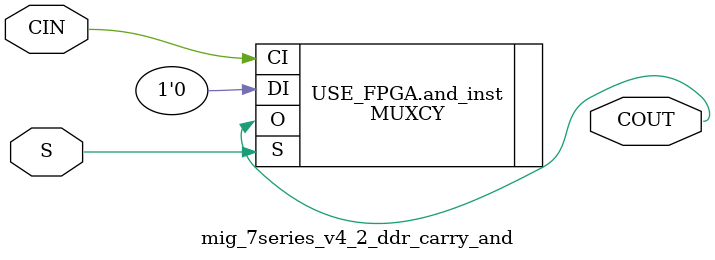
<source format=v>

`timescale 1ps/1ps


module mig_7series_v4_2_ddr_carry_and #
  (
   parameter         C_FAMILY                         = "virtex6"
                       // FPGA Family. Current version: virtex6 or spartan6.
   )
  (
   input  wire        CIN,
   input  wire        S,
   output wire        COUT
   );
  
  
  /////////////////////////////////////////////////////////////////////////////
  // Variables for generating parameter controlled instances.
  /////////////////////////////////////////////////////////////////////////////
  
  
  /////////////////////////////////////////////////////////////////////////////
  // Local params
  /////////////////////////////////////////////////////////////////////////////
  
  
  /////////////////////////////////////////////////////////////////////////////
  // Functions
  /////////////////////////////////////////////////////////////////////////////
  
  
  /////////////////////////////////////////////////////////////////////////////
  // Internal signals
  /////////////////////////////////////////////////////////////////////////////

  
  /////////////////////////////////////////////////////////////////////////////
  // Instantiate or use RTL code
  /////////////////////////////////////////////////////////////////////////////
  
  generate
    if ( C_FAMILY == "rtl" ) begin : USE_RTL
      assign COUT = CIN & S;
      
    end else begin : USE_FPGA
      MUXCY and_inst 
      (
       .O (COUT), 
       .CI (CIN), 
       .DI (1'b0), 
       .S (S)
      ); 
      
    end
  endgenerate
  
  
endmodule


</source>
